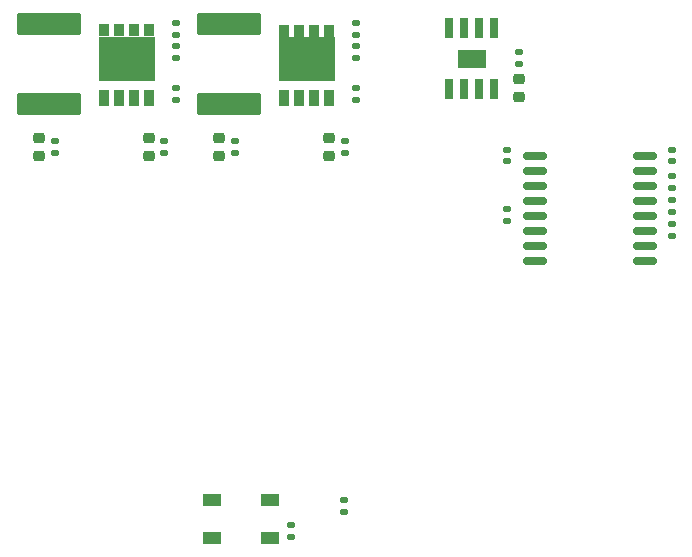
<source format=gbr>
%TF.GenerationSoftware,KiCad,Pcbnew,(6.0.0-0)*%
%TF.CreationDate,2022-10-23T23:34:43+01:00*%
%TF.ProjectId,PicoPyro,5069636f-5079-4726-9f2e-6b696361645f,rev?*%
%TF.SameCoordinates,Original*%
%TF.FileFunction,Paste,Top*%
%TF.FilePolarity,Positive*%
%FSLAX46Y46*%
G04 Gerber Fmt 4.6, Leading zero omitted, Abs format (unit mm)*
G04 Created by KiCad (PCBNEW (6.0.0-0)) date 2022-10-23 23:34:43*
%MOMM*%
%LPD*%
G01*
G04 APERTURE LIST*
G04 Aperture macros list*
%AMRoundRect*
0 Rectangle with rounded corners*
0 $1 Rounding radius*
0 $2 $3 $4 $5 $6 $7 $8 $9 X,Y pos of 4 corners*
0 Add a 4 corners polygon primitive as box body*
4,1,4,$2,$3,$4,$5,$6,$7,$8,$9,$2,$3,0*
0 Add four circle primitives for the rounded corners*
1,1,$1+$1,$2,$3*
1,1,$1+$1,$4,$5*
1,1,$1+$1,$6,$7*
1,1,$1+$1,$8,$9*
0 Add four rect primitives between the rounded corners*
20,1,$1+$1,$2,$3,$4,$5,0*
20,1,$1+$1,$4,$5,$6,$7,0*
20,1,$1+$1,$6,$7,$8,$9,0*
20,1,$1+$1,$8,$9,$2,$3,0*%
G04 Aperture macros list end*
%ADD10C,0.010000*%
%ADD11RoundRect,0.042000X-0.258000X0.833000X-0.258000X-0.833000X0.258000X-0.833000X0.258000X0.833000X0*%
%ADD12R,0.850000X1.450000*%
%ADD13R,0.850000X1.050000*%
%ADD14R,4.700000X3.750000*%
%ADD15RoundRect,0.150000X-0.875000X-0.150000X0.875000X-0.150000X0.875000X0.150000X-0.875000X0.150000X0*%
%ADD16RoundRect,0.135000X-0.185000X0.135000X-0.185000X-0.135000X0.185000X-0.135000X0.185000X0.135000X0*%
%ADD17RoundRect,0.135000X0.185000X-0.135000X0.185000X0.135000X-0.185000X0.135000X-0.185000X-0.135000X0*%
%ADD18RoundRect,0.250000X2.475000X-0.712500X2.475000X0.712500X-2.475000X0.712500X-2.475000X-0.712500X0*%
%ADD19RoundRect,0.218750X-0.256250X0.218750X-0.256250X-0.218750X0.256250X-0.218750X0.256250X0.218750X0*%
%ADD20RoundRect,0.218750X0.256250X-0.218750X0.256250X0.218750X-0.256250X0.218750X-0.256250X-0.218750X0*%
%ADD21R,1.500000X1.000000*%
%ADD22RoundRect,0.140000X0.170000X-0.140000X0.170000X0.140000X-0.170000X0.140000X-0.170000X-0.140000X0*%
%ADD23RoundRect,0.140000X-0.170000X0.140000X-0.170000X-0.140000X0.170000X-0.140000X0.170000X0.140000X0*%
G04 APERTURE END LIST*
D10*
%TO.C,U501*%
X178150000Y-75770000D02*
X178150000Y-77230000D01*
X178150000Y-77230000D02*
X175850000Y-77230000D01*
X175850000Y-77230000D02*
X175850000Y-75770000D01*
X175850000Y-75770000D02*
X178150000Y-75770000D01*
G36*
X178150000Y-77230000D02*
G01*
X175850000Y-77230000D01*
X175850000Y-75770000D01*
X178150000Y-75770000D01*
X178150000Y-77230000D01*
G37*
X178150000Y-77230000D02*
X175850000Y-77230000D01*
X175850000Y-75770000D01*
X178150000Y-75770000D01*
X178150000Y-77230000D01*
%TD*%
D11*
%TO.C,U501*%
X178905000Y-73915000D03*
X177635000Y-73915000D03*
X176365000Y-73915000D03*
X175095000Y-73915000D03*
X175095000Y-79085000D03*
X176365000Y-79085000D03*
X177635000Y-79085000D03*
X178905000Y-79085000D03*
%TD*%
D12*
%TO.C,Q211*%
X145895000Y-79837500D03*
X147165000Y-79837500D03*
X148435000Y-79837500D03*
X149705000Y-79837500D03*
D13*
X149705000Y-74137500D03*
X148435000Y-74137500D03*
X147165000Y-74137500D03*
X145895000Y-74137500D03*
D14*
X147800000Y-76537500D03*
%TD*%
%TO.C,Q201*%
X163060000Y-76550000D03*
D13*
X161155000Y-74150000D03*
X162425000Y-74150000D03*
X163695000Y-74150000D03*
X164965000Y-74150000D03*
D12*
X164965000Y-79850000D03*
X163695000Y-79850000D03*
X162425000Y-79850000D03*
X161155000Y-79850000D03*
%TD*%
D15*
%TO.C,U101*%
X182350000Y-84805000D03*
X182350000Y-86075000D03*
X182350000Y-87345000D03*
X182350000Y-88615000D03*
X182350000Y-89885000D03*
X182350000Y-91155000D03*
X182350000Y-92425000D03*
X182350000Y-93695000D03*
X191650000Y-93695000D03*
X191650000Y-92425000D03*
X191650000Y-91155000D03*
X191650000Y-89885000D03*
X191650000Y-88615000D03*
X191650000Y-87345000D03*
X191650000Y-86075000D03*
X191650000Y-84805000D03*
%TD*%
D16*
%TO.C,R701*%
X166200000Y-114910000D03*
X166200000Y-113890000D03*
%TD*%
D17*
%TO.C,R601*%
X181000000Y-77010000D03*
X181000000Y-75990000D03*
%TD*%
%TO.C,R411*%
X141700000Y-83490000D03*
X141700000Y-84510000D03*
%TD*%
%TO.C,R401*%
X156960000Y-83490000D03*
X156960000Y-84510000D03*
%TD*%
%TO.C,R214*%
X152000000Y-76510000D03*
X152000000Y-75490000D03*
%TD*%
D16*
%TO.C,R213*%
X152000000Y-73490000D03*
X152000000Y-74510000D03*
%TD*%
D17*
%TO.C,R212*%
X151000000Y-84510000D03*
X151000000Y-83490000D03*
%TD*%
D16*
%TO.C,R211*%
X152000000Y-78999999D03*
X152000000Y-80019999D03*
%TD*%
D17*
%TO.C,R204*%
X167260000Y-76510000D03*
X167260000Y-75490000D03*
%TD*%
D16*
%TO.C,R203*%
X167260000Y-74510000D03*
X167260000Y-73490000D03*
%TD*%
D17*
%TO.C,R202*%
X166260000Y-84510000D03*
X166260000Y-83490000D03*
%TD*%
D16*
%TO.C,R201*%
X167260000Y-80019999D03*
X167260000Y-78999999D03*
%TD*%
D17*
%TO.C,R104*%
X194000000Y-87510000D03*
X194000000Y-86490000D03*
%TD*%
%TO.C,R103*%
X194000000Y-90490000D03*
X194000000Y-91510000D03*
%TD*%
%TO.C,R102*%
X194000000Y-88490000D03*
X194000000Y-89510000D03*
%TD*%
D16*
%TO.C,R101*%
X180000000Y-90260000D03*
X180000000Y-89240000D03*
%TD*%
D18*
%TO.C,F211*%
X141200000Y-73600000D03*
X141200000Y-80375000D03*
%TD*%
%TO.C,F201*%
X156460000Y-80387500D03*
X156460000Y-73612500D03*
%TD*%
D19*
%TO.C,D601*%
X181000000Y-79787500D03*
X181000000Y-78212500D03*
%TD*%
D20*
%TO.C,D411*%
X140400000Y-84787500D03*
X140400000Y-83212500D03*
%TD*%
%TO.C,D401*%
X155660000Y-84787500D03*
X155660000Y-83212500D03*
%TD*%
D21*
%TO.C,D301*%
X159950000Y-117100000D03*
X159950000Y-113900000D03*
X155050000Y-117100000D03*
X155050000Y-113900000D03*
%TD*%
D20*
%TO.C,D211*%
X149700000Y-84787500D03*
X149700000Y-83212500D03*
%TD*%
%TO.C,D201*%
X164960000Y-83212500D03*
X164960000Y-84787500D03*
%TD*%
D22*
%TO.C,C301*%
X161750000Y-116040000D03*
X161750000Y-117000000D03*
%TD*%
D23*
%TO.C,C102*%
X194000000Y-84270000D03*
X194000000Y-85230000D03*
%TD*%
%TO.C,C101*%
X180000000Y-84270000D03*
X180000000Y-85230000D03*
%TD*%
M02*

</source>
